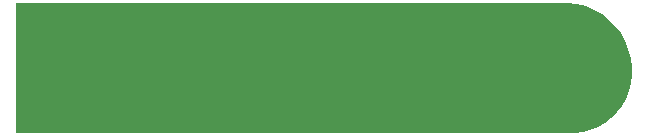
<source format=gtl>
G04*
G04 #@! TF.GenerationSoftware,Altium Limited,Altium Designer,18.1.7 (191)*
G04*
G04 Layer_Physical_Order=1*
G04 Layer_Color=255*
%FSLAX44Y44*%
%MOMM*%
G71*
G01*
G75*
%ADD12R,46.8000X11.0000*%
%ADD13R,1.8000X1.8000*%
%ADD14C,0.4800*%
G36*
X670000Y452000D02*
Y342000D01*
X700000D01*
X703408D01*
X710166Y342890D01*
X716751Y344654D01*
X723048Y347263D01*
X728952Y350671D01*
X734360Y354820D01*
X739180Y359640D01*
X743329Y365048D01*
X746737Y370952D01*
X749346Y377249D01*
X751110Y383833D01*
X752000Y390592D01*
Y394000D01*
X752000Y394000D01*
X752000Y397802D01*
X751008Y405340D01*
X749040Y412683D01*
X746130Y419708D01*
X742329Y426292D01*
X737700Y432324D01*
X732324Y437700D01*
X726292Y442329D01*
X719708Y446130D01*
X712683Y449040D01*
X705340Y451008D01*
X697802Y452000D01*
X694000D01*
X694000Y452000D01*
X670000D01*
D02*
G37*
D12*
X464000Y397000D02*
D03*
D13*
X531000Y397000D02*
D03*
D14*
X610000Y370000D02*
D03*
X565000Y413000D02*
D03*
Y398000D02*
D03*
Y383000D02*
D03*
Y368000D02*
D03*
Y353000D02*
D03*
X580000D02*
D03*
Y368000D02*
D03*
Y383000D02*
D03*
Y398000D02*
D03*
Y413000D02*
D03*
X595000Y353000D02*
D03*
Y368000D02*
D03*
Y383000D02*
D03*
Y413000D02*
D03*
X610000Y353000D02*
D03*
Y368000D02*
D03*
Y383000D02*
D03*
Y398000D02*
D03*
Y413000D02*
D03*
X625000Y353000D02*
D03*
Y368000D02*
D03*
Y383000D02*
D03*
Y398000D02*
D03*
Y413000D02*
D03*
X745000D02*
D03*
Y398000D02*
D03*
Y383000D02*
D03*
X730000Y428000D02*
D03*
Y413000D02*
D03*
Y398000D02*
D03*
Y383000D02*
D03*
Y368000D02*
D03*
X685000Y353000D02*
D03*
Y368000D02*
D03*
Y383000D02*
D03*
Y398000D02*
D03*
Y413000D02*
D03*
Y428000D02*
D03*
Y443000D02*
D03*
X700000Y353000D02*
D03*
Y368000D02*
D03*
Y383000D02*
D03*
Y398000D02*
D03*
Y413000D02*
D03*
Y428000D02*
D03*
Y443000D02*
D03*
X715000Y353000D02*
D03*
Y368000D02*
D03*
Y383000D02*
D03*
Y398000D02*
D03*
Y413000D02*
D03*
Y428000D02*
D03*
Y443000D02*
D03*
X640000Y353000D02*
D03*
Y368000D02*
D03*
Y383000D02*
D03*
Y398000D02*
D03*
Y413000D02*
D03*
Y428000D02*
D03*
Y443000D02*
D03*
X655000Y353000D02*
D03*
Y368000D02*
D03*
Y383000D02*
D03*
Y398000D02*
D03*
Y413000D02*
D03*
Y428000D02*
D03*
Y443000D02*
D03*
X670000Y353000D02*
D03*
Y368000D02*
D03*
Y383000D02*
D03*
Y398000D02*
D03*
Y413000D02*
D03*
Y428000D02*
D03*
Y443000D02*
D03*
X625000D02*
D03*
Y428000D02*
D03*
Y413000D02*
D03*
Y398000D02*
D03*
Y383000D02*
D03*
Y368000D02*
D03*
Y353000D02*
D03*
X610000Y443000D02*
D03*
Y428000D02*
D03*
X595000Y443000D02*
D03*
Y428000D02*
D03*
Y413000D02*
D03*
X595000Y398000D02*
D03*
X595000Y383000D02*
D03*
Y368000D02*
D03*
Y353000D02*
D03*
X580000Y443000D02*
D03*
Y428000D02*
D03*
Y413000D02*
D03*
Y398000D02*
D03*
Y383000D02*
D03*
Y368000D02*
D03*
Y353000D02*
D03*
X565000Y443000D02*
D03*
Y428000D02*
D03*
Y413000D02*
D03*
Y398000D02*
D03*
Y383000D02*
D03*
Y368000D02*
D03*
Y353000D02*
D03*
X550000D02*
D03*
Y368000D02*
D03*
Y383000D02*
D03*
Y398000D02*
D03*
Y413000D02*
D03*
Y428000D02*
D03*
Y443000D02*
D03*
M02*

</source>
